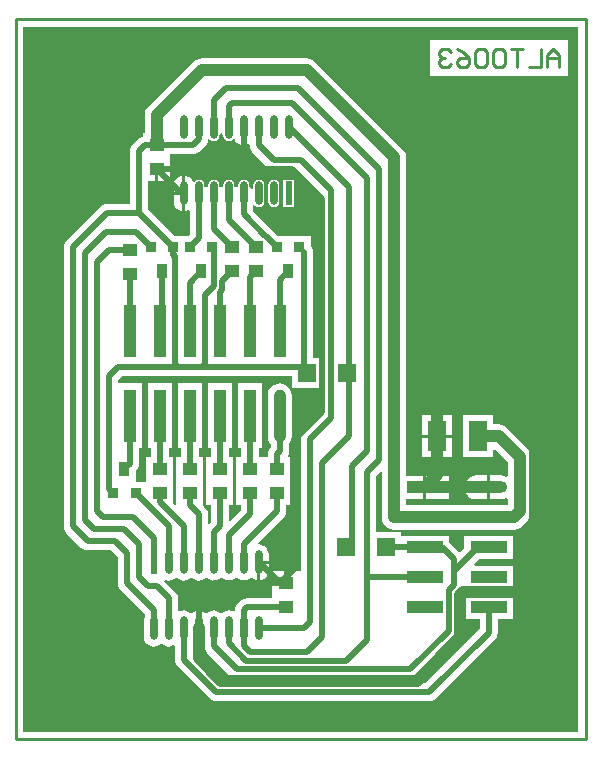
<source format=gtl>
G04 Layer_Physical_Order=1*
G04 Layer_Color=255*
%FSLAX25Y25*%
%MOIN*%
G70*
G01*
G75*
%ADD10R,0.06000X0.06000*%
%ADD11R,0.05000X0.04000*%
%ADD12R,0.03600X0.03600*%
%ADD13R,0.03600X0.05000*%
%ADD14R,0.03937X0.17716*%
%ADD15O,0.03937X0.17716*%
%ADD16R,0.06000X0.10000*%
%ADD17O,0.02400X0.08000*%
%ADD18R,0.02400X0.08000*%
%ADD19O,0.12205X0.03937*%
%ADD20R,0.12205X0.03937*%
%ADD21C,0.01000*%
%ADD22C,0.02000*%
%ADD23C,0.04000*%
G36*
X2549Y2549D02*
X187451D01*
Y237451D01*
X2549D01*
Y2549D01*
D02*
G37*
%LPC*%
G36*
X136870Y87968D02*
X144472D01*
Y84500D01*
X136870D01*
Y87968D01*
D02*
G37*
G36*
X153496Y88003D02*
X157130D01*
Y84500D01*
X149559D01*
X149630Y85036D01*
X150030Y86001D01*
X150666Y86830D01*
X151495Y87467D01*
X152460Y87866D01*
X153496Y88003D01*
D02*
G37*
G36*
X135500Y100500D02*
X140000D01*
Y94000D01*
X135500D01*
Y100500D01*
D02*
G37*
G36*
X141000D02*
X145500D01*
Y94000D01*
X141000D01*
Y100500D01*
D02*
G37*
G36*
X81500Y58500D02*
X84228D01*
Y56200D01*
X84118Y55365D01*
X83795Y54586D01*
X83282Y53918D01*
X82614Y53405D01*
X81835Y53082D01*
X81500Y53038D01*
Y58500D01*
D02*
G37*
G36*
X85500Y56000D02*
X89500D01*
Y52500D01*
X85500D01*
Y56000D01*
D02*
G37*
G36*
X136870Y83500D02*
X144472D01*
Y80032D01*
X136870D01*
Y83500D01*
D02*
G37*
G36*
X149559D02*
X157130D01*
Y79997D01*
X153496D01*
X152460Y80134D01*
X151495Y80533D01*
X150666Y81170D01*
X150030Y81999D01*
X149630Y82964D01*
X149559Y83500D01*
D02*
G37*
G36*
X141000Y108000D02*
X145500D01*
Y101500D01*
X141000D01*
Y108000D01*
D02*
G37*
G36*
X138013Y232998D02*
X184000D01*
Y221000D01*
X138013D01*
Y232998D01*
D02*
G37*
G36*
X62000Y227034D02*
X62000Y227034D01*
X97000D01*
X97000Y227034D01*
X98044Y226897D01*
X99017Y226494D01*
X99853Y225853D01*
X128853Y196853D01*
X129494Y196017D01*
X129897Y195044D01*
X130034Y194000D01*
X130034Y194000D01*
Y87968D01*
X135870D01*
Y84000D01*
Y80032D01*
X130034D01*
Y78035D01*
X163965D01*
Y80081D01*
X163465Y80409D01*
X162800Y80134D01*
X161764Y79997D01*
X158130D01*
Y84000D01*
Y88003D01*
X161764D01*
X162800Y87866D01*
X163465Y87591D01*
X163965Y87919D01*
Y92329D01*
X159500Y96794D01*
X159000Y96587D01*
Y94000D01*
X149000D01*
Y108000D01*
X159000D01*
Y105034D01*
X161000D01*
X162044Y104897D01*
X163017Y104494D01*
X163853Y103853D01*
X163853Y103853D01*
X170853Y96853D01*
X171494Y96017D01*
X171897Y95044D01*
X172035Y94000D01*
X172035Y94000D01*
Y76000D01*
X172035Y76000D01*
X171897Y74956D01*
X171494Y73983D01*
X170853Y73147D01*
X168853Y71147D01*
X168853Y71147D01*
X168017Y70506D01*
X167044Y70103D01*
X166000Y69965D01*
X126000D01*
X124956Y70103D01*
X123983Y70506D01*
X123147Y71147D01*
X122506Y71983D01*
X122103Y72956D01*
X121966Y74000D01*
Y89033D01*
X121503Y89224D01*
X120026Y87747D01*
Y69000D01*
X128500D01*
Y67968D01*
X144472D01*
Y65807D01*
X148000Y62279D01*
X149528Y63807D01*
Y67968D01*
X165732D01*
Y60031D01*
X154311D01*
X152710Y58430D01*
X152901Y57968D01*
X165732D01*
Y50032D01*
X149528D01*
Y53996D01*
X149028Y54263D01*
X149026Y54262D01*
Y51374D01*
X148923Y50591D01*
X148620Y49861D01*
X148140Y49234D01*
X147298Y48393D01*
Y36272D01*
X147195Y35489D01*
X146893Y34760D01*
X146412Y34133D01*
X133540Y21260D01*
X132913Y20779D01*
X132183Y20477D01*
X131400Y20374D01*
X73640D01*
X72857Y20477D01*
X72127Y20779D01*
X71501Y21260D01*
X63860Y28901D01*
X63380Y29527D01*
X63077Y30257D01*
X62974Y31040D01*
Y31112D01*
X62474Y31347D01*
X61835Y31082D01*
X61500Y31038D01*
Y37000D01*
Y42962D01*
X61835Y42918D01*
X62614Y42595D01*
X63160Y42176D01*
X63500Y42119D01*
X63840Y42176D01*
X64386Y42595D01*
X65165Y42918D01*
X66000Y43028D01*
X66835Y42918D01*
X67614Y42595D01*
X68160Y42176D01*
X68500Y42119D01*
X68840Y42176D01*
X69386Y42595D01*
X70165Y42918D01*
X71000Y43028D01*
X71835Y42918D01*
X72474Y42653D01*
X72974Y42888D01*
Y43000D01*
X73077Y43783D01*
X73379Y44513D01*
X73860Y45140D01*
X73860Y45140D01*
X74860Y46140D01*
X75487Y46621D01*
X76217Y46923D01*
X77000Y47026D01*
X85500D01*
Y48000D01*
Y51500D01*
X90000D01*
Y52000D01*
X90500D01*
Y56000D01*
X94500D01*
Y56000D01*
X94974Y56063D01*
Y100000D01*
X95077Y100783D01*
X95380Y101513D01*
X95860Y102140D01*
X95860Y102140D01*
X101974Y108253D01*
Y117000D01*
X92000D01*
Y120974D01*
X35253D01*
X34026Y119747D01*
Y119226D01*
X34032Y118728D01*
X41969D01*
Y97012D01*
X41026D01*
Y91800D01*
X40923Y91017D01*
X40620Y90287D01*
X40140Y89660D01*
X40000Y89521D01*
Y85800D01*
X43500D01*
Y94000D01*
X44974D01*
Y97012D01*
X44032D01*
Y118728D01*
X51968D01*
Y97012D01*
X51026D01*
Y94000D01*
X52500D01*
Y86000D01*
Y78779D01*
X53000Y78279D01*
X53500Y78486D01*
Y86000D01*
Y94000D01*
X54974D01*
Y97012D01*
X54031D01*
Y118728D01*
X61968D01*
Y97012D01*
X61026D01*
Y94000D01*
X62500D01*
Y86000D01*
Y78000D01*
X62500Y78000D01*
X62500D01*
X62699Y77580D01*
X63140Y77140D01*
X63621Y76513D01*
X63923Y75783D01*
X64026Y75000D01*
Y71958D01*
X64488Y71767D01*
X64974Y72253D01*
Y78000D01*
X63500D01*
Y86000D01*
Y94000D01*
X64974D01*
Y97012D01*
X64031D01*
Y118728D01*
X71969D01*
Y97012D01*
X71026D01*
Y94000D01*
X72500D01*
Y86000D01*
Y78000D01*
X71026D01*
Y72958D01*
X71488Y72767D01*
X74974Y76253D01*
Y78000D01*
X73500D01*
Y86000D01*
Y94000D01*
X74974D01*
Y97012D01*
X74032D01*
Y118728D01*
X81968D01*
Y97012D01*
X81026D01*
Y94000D01*
X83974D01*
Y95000D01*
X84077Y95783D01*
X84380Y96513D01*
X84860Y97140D01*
X84860Y97140D01*
X84974Y97253D01*
Y98405D01*
X84534Y98979D01*
X84134Y99944D01*
X83997Y100980D01*
Y114760D01*
X84134Y115796D01*
X84534Y116761D01*
X85170Y117590D01*
X85999Y118226D01*
X86964Y118626D01*
X88000Y118763D01*
X89036Y118626D01*
X90001Y118226D01*
X90830Y117590D01*
X91466Y116761D01*
X91866Y115796D01*
X92003Y114760D01*
Y100980D01*
X91866Y99944D01*
X91466Y98979D01*
X91026Y98405D01*
Y96000D01*
X90923Y95217D01*
X90620Y94487D01*
X90591Y94448D01*
X90812Y94000D01*
X91500D01*
Y86000D01*
Y78000D01*
X90026D01*
Y76000D01*
X89923Y75217D01*
X89621Y74487D01*
X89140Y73860D01*
X80752Y65473D01*
X80898Y65176D01*
X81012Y65026D01*
X81835Y64918D01*
X82614Y64595D01*
X83282Y64082D01*
X83795Y63414D01*
X84118Y62635D01*
X84228Y61800D01*
Y59500D01*
X81000D01*
Y59000D01*
X80500D01*
Y53038D01*
X80165Y53082D01*
X79386Y53405D01*
X78840Y53824D01*
X78500Y53881D01*
X78160Y53824D01*
X77614Y53405D01*
X76835Y53082D01*
X76000Y52972D01*
X75165Y53082D01*
X74386Y53405D01*
X73840Y53824D01*
X73500Y53881D01*
X73160Y53824D01*
X72614Y53405D01*
X71835Y53082D01*
X71000Y52972D01*
X70165Y53082D01*
X69386Y53405D01*
X68840Y53824D01*
X68500Y53881D01*
X68160Y53824D01*
X67614Y53405D01*
X66835Y53082D01*
X66000Y52972D01*
X65165Y53082D01*
X64386Y53405D01*
X63840Y53824D01*
X63500Y53881D01*
X63160Y53824D01*
X62614Y53405D01*
X61835Y53082D01*
X61000Y52972D01*
X60165Y53082D01*
X59386Y53405D01*
X58840Y53824D01*
X58500Y53881D01*
X58160Y53824D01*
X57614Y53405D01*
X56835Y53082D01*
X56000Y52972D01*
X55165Y53082D01*
X54386Y53405D01*
X53840Y53824D01*
X53500Y53881D01*
X53160Y53824D01*
X52614Y53405D01*
X51835Y53082D01*
X51000Y52972D01*
X50165Y53082D01*
X49720Y53267D01*
X49437Y52843D01*
X53140Y49140D01*
X53620Y48513D01*
X53923Y47783D01*
X54026Y47000D01*
Y42888D01*
X54526Y42653D01*
X55165Y42918D01*
X56000Y43028D01*
X56835Y42918D01*
X57614Y42595D01*
X58160Y42176D01*
X58500Y42119D01*
X58840Y42176D01*
X59386Y42595D01*
X60165Y42918D01*
X60500Y42962D01*
Y37000D01*
Y31038D01*
X60165Y31082D01*
X59526Y31347D01*
X59026Y31112D01*
Y27879D01*
X68079Y18826D01*
X136547D01*
X154604Y36883D01*
Y40031D01*
X149528D01*
Y47969D01*
X165732D01*
Y40031D01*
X160656D01*
Y35630D01*
X160553Y34847D01*
X160250Y34117D01*
X159770Y33490D01*
X139940Y13660D01*
X139313Y13180D01*
X138583Y12877D01*
X137800Y12774D01*
X66826D01*
X66043Y12877D01*
X65313Y13180D01*
X64686Y13660D01*
X53860Y24486D01*
X53379Y25113D01*
X53077Y25843D01*
X52974Y26626D01*
Y31112D01*
X52474Y31347D01*
X51835Y31082D01*
X51000Y30972D01*
X50165Y31082D01*
X49386Y31405D01*
X48840Y31824D01*
X48500Y31881D01*
X48160Y31824D01*
X47614Y31405D01*
X46835Y31082D01*
X46000Y30972D01*
X45165Y31082D01*
X44386Y31405D01*
X43718Y31918D01*
X43205Y32586D01*
X42882Y33365D01*
X42772Y34200D01*
Y39800D01*
X42882Y40635D01*
X42974Y40857D01*
Y41747D01*
X34860Y49860D01*
X34380Y50487D01*
X34077Y51217D01*
X33974Y52000D01*
Y60747D01*
X31747Y62974D01*
X24000D01*
X23217Y63077D01*
X22487Y63380D01*
X21860Y63860D01*
X16860Y68860D01*
X16379Y69487D01*
X16077Y70217D01*
X15974Y71000D01*
X15974Y71000D01*
Y164000D01*
X15974Y164000D01*
X16077Y164783D01*
X16379Y165513D01*
X16860Y166140D01*
X16860Y166140D01*
X28360Y177640D01*
X28987Y178121D01*
X29717Y178423D01*
X30500Y178526D01*
X37974D01*
Y196000D01*
X37974Y196000D01*
X38077Y196783D01*
X38379Y197513D01*
X38860Y198140D01*
X40860Y200140D01*
X41487Y200621D01*
X42217Y200923D01*
X42500Y200960D01*
Y202000D01*
X42965D01*
Y208000D01*
X43103Y209044D01*
X43506Y210017D01*
X44147Y210853D01*
X44147Y210853D01*
X59147Y225853D01*
X59983Y226494D01*
X60956Y226897D01*
X62000Y227034D01*
D02*
G37*
G36*
X135500Y108000D02*
X140000D01*
Y101500D01*
X135500D01*
Y108000D01*
D02*
G37*
%LPD*%
G36*
X75500Y198038D02*
X75165Y198082D01*
X74386Y198405D01*
X73718Y198918D01*
X73205Y199586D01*
X73007Y200064D01*
X72443Y200119D01*
X72298Y199902D01*
X71702Y199504D01*
X71000Y199365D01*
X70298Y199504D01*
X69702Y199902D01*
X69304Y200498D01*
X69165Y201200D01*
Y201627D01*
X68860Y201860D01*
X68750Y202004D01*
X68250D01*
X68140Y201860D01*
X67835Y201627D01*
Y201200D01*
X67696Y200498D01*
X67298Y199902D01*
X66702Y199504D01*
X66000Y199365D01*
X65298Y199504D01*
X64702Y199902D01*
X64526Y200166D01*
X64026Y200015D01*
Y200000D01*
X63923Y199217D01*
X63621Y198487D01*
X63140Y197860D01*
X61140Y195860D01*
X60513Y195379D01*
X59783Y195077D01*
X59000Y194974D01*
X59000Y194974D01*
X51500D01*
Y194000D01*
Y190500D01*
X47000D01*
Y190000D01*
X46500D01*
Y186000D01*
X44026D01*
Y176753D01*
X52979Y167800D01*
X57521D01*
X57974Y168253D01*
Y176112D01*
X57474Y176347D01*
X56835Y176082D01*
X56500Y176038D01*
Y182000D01*
Y187962D01*
X56835Y187918D01*
X57614Y187595D01*
X58282Y187082D01*
X58795Y186414D01*
X58993Y185936D01*
X59557Y185881D01*
X59702Y186098D01*
X60298Y186496D01*
X61000Y186635D01*
X61702Y186496D01*
X62298Y186098D01*
X62696Y185502D01*
X62835Y184800D01*
Y184373D01*
X63140Y184140D01*
X63250Y183996D01*
X63750D01*
X63860Y184140D01*
X64165Y184373D01*
Y184800D01*
X64304Y185502D01*
X64702Y186098D01*
X65298Y186496D01*
X66000Y186635D01*
X66702Y186496D01*
X67298Y186098D01*
X67696Y185502D01*
X67835Y184800D01*
Y184373D01*
X68140Y184140D01*
X68250Y183996D01*
X68750D01*
X68860Y184140D01*
X69165Y184373D01*
Y184800D01*
X69304Y185502D01*
X69702Y186098D01*
X70298Y186496D01*
X71000Y186635D01*
X71702Y186496D01*
X72298Y186098D01*
X72696Y185502D01*
X72835Y184800D01*
Y184373D01*
X73140Y184140D01*
X73250Y183996D01*
X73750D01*
X73860Y184140D01*
X74165Y184373D01*
Y184800D01*
X74304Y185502D01*
X74702Y186098D01*
X75298Y186496D01*
X76000Y186635D01*
X76702Y186496D01*
X77298Y186098D01*
X77696Y185502D01*
X77835Y184800D01*
Y184373D01*
X78140Y184140D01*
X78620Y183513D01*
X78665Y183406D01*
X79165Y183506D01*
Y184800D01*
X79304Y185502D01*
X79702Y186098D01*
X80298Y186496D01*
X81000Y186635D01*
X81702Y186496D01*
X82298Y186098D01*
X82696Y185502D01*
X82835Y184800D01*
Y179200D01*
X82696Y178498D01*
X82298Y177902D01*
X81702Y177504D01*
X81000Y177365D01*
X80298Y177504D01*
X79702Y177902D01*
X79526Y178166D01*
X79026Y178015D01*
Y176253D01*
X85189Y170090D01*
X85385Y169940D01*
X87525Y167800D01*
X98300D01*
Y164431D01*
X98620Y164013D01*
X98923Y163283D01*
X99026Y162500D01*
Y127000D01*
X101974D01*
Y181747D01*
X93747Y189974D01*
X86000D01*
X85217Y190077D01*
X84487Y190380D01*
X83860Y190860D01*
X78860Y195860D01*
X78379Y196487D01*
X78077Y197217D01*
X77974Y198000D01*
X77974Y198000D01*
Y198112D01*
X77474Y198347D01*
X76835Y198082D01*
X76500Y198038D01*
Y204000D01*
X75500D01*
Y198038D01*
D02*
G37*
%LPC*%
G36*
X47500Y189500D02*
X51500D01*
Y186000D01*
X47500D01*
Y189500D01*
D02*
G37*
G36*
X86000Y186635D02*
X86702Y186496D01*
X87298Y186098D01*
X87696Y185502D01*
X87835Y184800D01*
Y179200D01*
X87696Y178498D01*
X87298Y177902D01*
X86702Y177504D01*
X86000Y177365D01*
X85298Y177504D01*
X84702Y177902D01*
X84304Y178498D01*
X84165Y179200D01*
Y184800D01*
X84304Y185502D01*
X84702Y186098D01*
X85298Y186496D01*
X86000Y186635D01*
D02*
G37*
G36*
X52772Y181500D02*
X55500D01*
Y176038D01*
X55165Y176082D01*
X54386Y176405D01*
X53718Y176918D01*
X53205Y177586D01*
X52882Y178365D01*
X52772Y179200D01*
Y181500D01*
D02*
G37*
G36*
X55500Y187962D02*
Y182500D01*
X52772D01*
Y184800D01*
X52882Y185635D01*
X53205Y186414D01*
X53718Y187082D01*
X54386Y187595D01*
X55165Y187918D01*
X55500Y187962D01*
D02*
G37*
G36*
X89200Y186600D02*
X92800D01*
Y177400D01*
X89200D01*
Y186600D01*
D02*
G37*
%LPD*%
D10*
X110500Y122000D02*
D03*
X97000D02*
D03*
X123500Y64000D02*
D03*
X110000D02*
D03*
D11*
X87000Y90000D02*
D03*
Y82000D02*
D03*
X78000Y90000D02*
D03*
Y82000D02*
D03*
X68000Y90000D02*
D03*
Y82000D02*
D03*
X58000Y90000D02*
D03*
Y82000D02*
D03*
X48000Y90000D02*
D03*
Y82000D02*
D03*
X80000Y164000D02*
D03*
Y156000D02*
D03*
X72000Y164000D02*
D03*
Y156000D02*
D03*
X38000Y163000D02*
D03*
Y155000D02*
D03*
X90000Y44000D02*
D03*
Y52000D02*
D03*
X47000Y198000D02*
D03*
Y190000D02*
D03*
D12*
X40000Y82000D02*
D03*
X32500D02*
D03*
X87000Y164000D02*
D03*
X94500D02*
D03*
X58000D02*
D03*
X65500D02*
D03*
X45000D02*
D03*
X52500D02*
D03*
D13*
X36200Y90000D02*
D03*
X90800Y156000D02*
D03*
X61800D02*
D03*
X48800D02*
D03*
D14*
X88000Y136130D02*
D03*
X78000D02*
D03*
X68000D02*
D03*
X58000D02*
D03*
X48000D02*
D03*
X38000D02*
D03*
Y107870D02*
D03*
X48000D02*
D03*
X58000D02*
D03*
X68000D02*
D03*
X78000D02*
D03*
D15*
X88000D02*
D03*
D16*
X154000Y101000D02*
D03*
X140500D02*
D03*
D17*
X46000Y37000D02*
D03*
X71000D02*
D03*
X76000D02*
D03*
X51000D02*
D03*
X66000D02*
D03*
X71000Y59000D02*
D03*
X66000D02*
D03*
X61000D02*
D03*
X56000D02*
D03*
X51000D02*
D03*
X81000D02*
D03*
X61000Y37000D02*
D03*
X76000Y59000D02*
D03*
X81000Y37000D02*
D03*
X56000D02*
D03*
X91000Y204000D02*
D03*
X66000D02*
D03*
X61000D02*
D03*
X86000D02*
D03*
X71000D02*
D03*
X66000Y182000D02*
D03*
X71000D02*
D03*
X76000D02*
D03*
X81000D02*
D03*
X86000D02*
D03*
X56000D02*
D03*
X76000Y204000D02*
D03*
X61000Y182000D02*
D03*
X56000Y204000D02*
D03*
X81000D02*
D03*
D18*
X46000Y59000D02*
D03*
X91000Y182000D02*
D03*
D19*
X157630Y84000D02*
D03*
D20*
Y74000D02*
D03*
Y64000D02*
D03*
Y54000D02*
D03*
Y44000D02*
D03*
X136370D02*
D03*
Y54000D02*
D03*
Y64000D02*
D03*
Y74000D02*
D03*
Y84000D02*
D03*
D21*
X190000Y240000D02*
X0D01*
Y0D02*
Y240000D01*
X190000Y0D02*
X0D01*
X190000D02*
Y240000D01*
X181000Y224000D02*
Y227999D01*
X179001Y229998D01*
X177001Y227999D01*
Y224000D01*
Y226999D01*
X181000D01*
X175002Y229998D02*
Y224000D01*
X171003D01*
X169004Y229998D02*
X165005D01*
X167005D01*
Y224000D01*
X163006Y228998D02*
X162006Y229998D01*
X160007D01*
X159007Y228998D01*
Y225000D01*
X160007Y224000D01*
X162006D01*
X163006Y225000D01*
Y228998D01*
X157008D02*
X156008Y229998D01*
X154009D01*
X153009Y228998D01*
Y225000D01*
X154009Y224000D01*
X156008D01*
X157008Y225000D01*
Y228998D01*
X147011Y229998D02*
X149010Y228998D01*
X151010Y226999D01*
Y225000D01*
X150010Y224000D01*
X148011D01*
X147011Y225000D01*
Y225999D01*
X148011Y226999D01*
X151010D01*
X145012Y228998D02*
X144012Y229998D01*
X142013D01*
X141013Y228998D01*
Y227999D01*
X142013Y226999D01*
X143012D01*
X142013D01*
X141013Y225999D01*
Y225000D01*
X142013Y224000D01*
X144012D01*
X145012Y225000D01*
D22*
X102000Y180000D02*
X92000Y190000D01*
X102000Y109000D02*
Y180000D01*
Y109000D02*
X94000Y101000D01*
X105000Y107000D02*
Y183000D01*
X96000Y124000D02*
X62000D01*
X96000D02*
Y162500D01*
X94000Y58000D02*
Y101000D01*
X105000Y183000D02*
X95000Y193000D01*
X105000Y107000D02*
X98000Y100000D01*
Y39000D02*
Y100000D01*
X102000Y34000D02*
Y92000D01*
X111000Y101000D02*
X102000Y92000D01*
X111000Y101000D02*
Y184000D01*
X91000Y204000D01*
X112000Y63000D02*
Y91000D01*
X117000Y96000D02*
X112000Y91000D01*
X117000Y96000D02*
Y187000D01*
X121000Y93000D02*
X117000Y89000D01*
Y33000D02*
Y89000D01*
Y33000D02*
X110200Y26200D01*
X121000Y93000D02*
Y190071D01*
X94071Y217000D01*
X69929D01*
X136370Y64000D02*
X123500D01*
X102000Y34000D02*
X97000Y29000D01*
X98000Y39000D02*
X96000Y37000D01*
X94000Y58000D02*
X88000Y52000D01*
X76000Y31000D02*
Y37000D01*
X78000Y29000D02*
X76000Y31000D01*
X97000Y29000D02*
X78000D01*
X76800Y26200D02*
X71000Y32000D01*
X110200Y26200D02*
X76800D01*
X71000Y32000D02*
Y37000D01*
X66826Y15800D02*
X56000Y26626D01*
X157630Y35630D02*
X137800Y15800D01*
X73640Y23400D02*
X66000Y31040D01*
X144272Y36272D02*
X131400Y23400D01*
X73640D01*
X137800Y15800D02*
X66826D01*
X66000Y31040D02*
Y37000D01*
X56000Y26626D02*
Y37000D01*
X144272Y36272D02*
Y49646D01*
X157630Y35630D02*
Y44000D01*
X146000Y51374D02*
X144272Y49646D01*
X146000Y51374D02*
Y56000D01*
X142000Y64000D02*
X136370D01*
X146000Y60000D02*
X142000Y64000D01*
X146000Y56000D02*
Y60000D01*
X136370Y54000D02*
X117000D01*
X154000Y64000D02*
X146000Y56000D01*
X90000Y52000D02*
X88000D01*
X92000Y190000D02*
X72000D01*
X117000Y187000D02*
X92000Y212000D01*
X72000D01*
X69929Y217000D02*
X66000Y213071D01*
X72000Y212000D02*
X71000Y211000D01*
X66000Y204000D02*
Y213071D01*
X71000Y204000D02*
Y211000D01*
X81000Y198000D02*
Y204000D01*
X86000Y193000D02*
X81000Y198000D01*
X95000Y193000D02*
X86000D01*
X96000Y37000D02*
X81000D01*
X37000Y52000D02*
Y62000D01*
X46000Y43000D02*
X37000Y52000D01*
X46000Y37000D02*
Y43000D01*
X37000Y62000D02*
X33000Y66000D01*
X24000D01*
X19000Y71000D01*
X23000Y73000D02*
Y162000D01*
X26000Y70000D02*
X23000Y73000D01*
X36000Y70000D02*
X26000D01*
X27000Y76000D02*
Y159000D01*
X29000Y74000D02*
X27000Y76000D01*
X39000Y74000D02*
X29000D01*
X41000Y65000D02*
X36000Y70000D01*
X46000Y67000D02*
X39000Y74000D01*
X41000Y54000D02*
Y65000D01*
X46000Y59000D02*
Y67000D01*
X19000Y71000D02*
Y164000D01*
X30500Y175500D02*
X19000Y164000D01*
X30000Y169000D02*
X23000Y162000D01*
X41000Y175500D02*
X30500D01*
X52500Y164000D02*
X41000Y175500D01*
Y196000D01*
X43000Y198000D02*
X41000Y196000D01*
X47000Y198000D02*
X43000D01*
X32500Y82000D02*
X31000Y83500D01*
Y121000D01*
X34000Y124000D02*
X31000Y121000D01*
Y163000D02*
X27000Y159000D01*
X54000Y124000D02*
X34000D01*
X72000Y190000D02*
X47000D01*
X76000Y194000D02*
X72000Y190000D01*
X76000Y194000D02*
Y204000D01*
X61000Y200000D02*
Y204000D01*
Y200000D02*
X59000Y198000D01*
X47000D01*
X55000Y182000D02*
X47000Y190000D01*
X56000Y182000D02*
X55000D01*
X54000Y124000D02*
X53000Y125000D01*
X62000Y124000D02*
X54000D01*
X63000Y125000D02*
X62000Y124000D01*
X63000Y125000D02*
Y148000D01*
X53000Y125000D02*
Y161000D01*
X52500Y161500D01*
Y164000D01*
X58000Y136130D02*
Y152200D01*
X61800Y156000D02*
X58000Y152200D01*
X66000Y151000D02*
X63000Y148000D01*
X66000Y151000D02*
Y163500D01*
X68000Y136130D02*
Y149040D01*
X68800Y149840D02*
X68000Y149040D01*
X68800Y149840D02*
Y152800D01*
X72000Y156000D02*
X68800Y152800D01*
X66000Y163500D02*
X65500Y164000D01*
X38000Y136130D02*
Y155000D01*
X48800Y136930D02*
Y156000D01*
X76000Y175000D02*
Y182000D01*
X83200Y167800D02*
X76000Y175000D01*
X83246Y167800D02*
X83200D01*
X87000Y164046D02*
X83246Y167800D01*
X87000Y164000D02*
Y164046D01*
X80000Y164000D02*
X71000Y173000D01*
Y182000D01*
X72000Y164000D02*
X66000Y170000D01*
Y182000D01*
X61000Y167000D02*
Y182000D01*
Y167000D02*
X58000Y164000D01*
X88000Y52000D02*
X66000D01*
X61000Y47000D01*
Y37000D02*
Y47000D01*
X76000Y37000D02*
Y43000D01*
X77000Y44000D02*
X76000Y43000D01*
X90000Y44000D02*
X77000D01*
X88000Y52000D02*
X81000Y59000D01*
X88000Y96000D02*
Y107870D01*
Y96000D02*
X87000Y95000D01*
Y90000D02*
Y95000D01*
X78000Y90000D02*
Y107870D01*
X68000Y90000D02*
Y107870D01*
X58000Y90000D02*
Y107870D01*
X48000Y90000D02*
Y107870D01*
X38000Y91800D02*
Y107870D01*
Y91800D02*
X36200Y90000D01*
X88000Y136130D02*
Y153200D01*
X90800Y156000D02*
X88000Y153200D01*
X78000Y136130D02*
Y154000D01*
X80000Y156000D02*
X78000Y154000D01*
X45000Y164000D02*
X40000Y169000D01*
X30000D01*
X44000Y51000D02*
X41000Y54000D01*
X47000Y51000D02*
X44000D01*
X51000Y47000D02*
X47000Y51000D01*
X51000Y37000D02*
Y47000D01*
X38000Y163000D02*
X31000D01*
X51000Y71000D02*
X40000Y82000D01*
X51000Y59000D02*
Y71000D01*
X56000Y59000D02*
Y71000D01*
X48000Y79000D01*
Y82000D01*
X61000Y59000D02*
Y75000D01*
X58000Y78000D01*
Y82000D01*
X66000Y59000D02*
Y69000D01*
X68000Y71000D02*
X66000Y69000D01*
X68000Y71000D02*
Y82000D01*
X71000Y59000D02*
Y68000D01*
X78000Y75000D02*
X71000Y68000D01*
X78000Y75000D02*
Y82000D01*
X76000Y59000D02*
Y65000D01*
X87000Y76000D02*
X76000Y65000D01*
X87000Y76000D02*
Y82000D01*
D23*
X126000Y74000D02*
Y194000D01*
X97000Y223000D01*
X62000D01*
X68400Y19600D02*
X61000Y27000D01*
X148072Y34072D02*
X133600Y19600D01*
X68400D01*
X47000Y198000D02*
Y208000D01*
X62000Y223000D02*
X47000Y208000D01*
X136370Y74000D02*
X126000D01*
X61000Y27000D02*
Y37000D01*
X148072Y34072D02*
Y48072D01*
X149000Y49000D02*
X148072Y48072D01*
X167000Y49000D02*
X149000D01*
X173000Y55000D02*
X167000Y49000D01*
X173000Y55000D02*
Y99000D01*
X160000Y112000D01*
X168000Y94000D02*
X161000Y101000D01*
X168000Y76000D02*
Y94000D01*
Y76000D02*
X166000Y74000D01*
X157630D01*
X160000Y112000D02*
X143000D01*
X140500Y109500D01*
Y101000D02*
Y109500D01*
X157630Y74000D02*
X136370D01*
X161000Y101000D02*
X154000D01*
X140500Y88130D02*
Y101000D01*
Y88130D02*
X136370Y84000D01*
X157630D02*
X136370D01*
M02*

</source>
